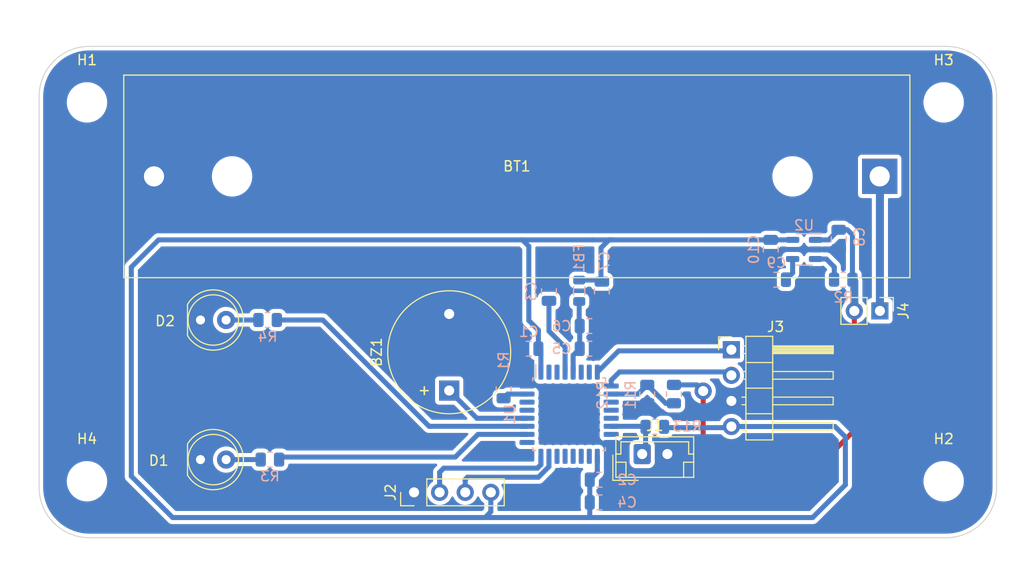
<source format=kicad_pcb>
(kicad_pcb (version 20211014) (generator pcbnew)
  (layers (0 "F.Cu" signal) (31 "B.Cu" signal) (34 "B.Paste" user) (35 "F.Paste" user) (36 "B.SilkS" user "B.Silkscreen") (37 "F.SilkS" user "F.Silkscreen") (38 "B.Mask" user) (39 "F.Mask" user) (44 "Edge.Cuts" user))
  (net 0 "")
  (net 1 "Net-(BT1-Pad1)")
  (net 2 "GND")
  (net 3 "/Buzzer")
  (net 4 "+3.3V")
  (net 5 "/NRST")
  (net 6 "Net-(C5-Pad1)")
  (net 7 "VBUS")
  (net 8 "/BYP")
  (net 12 "/GREEN_LED_Anode")
  (net 13 "/RED_LED_Anode")
  (net 14 "/SENSOR_IN")
  (net 15 "/SYS_SWCLK")
  (net 16 "/SYS_SWDIO")
  (net 17 "/USART_TX")
  (net 18 "/USART_RX")
  (net 19 "/BOOT0")
  (net 20 "/INH")
  (net 21 "/LED_GREEN")
  (net 22 "/LED_RED")
  (net 23 "/ADC_IN")
  (footprint "MountingHole:MountingHole_3.2mm_M3" (layer "F.Cu") (at 164.75 35.56)
    (fp_text reference "H3" (at 0 -4.2) (layer "F.SilkS"))
    (fp_text value "MountingHole")
    (pad "" np_thru_hole circle (at 0 0) (size 3.2 3.2) (drill 3.2) (layers *.Cu *.Mask))
  )
  (footprint "MountingHole:MountingHole_3.2mm_M3" (layer "F.Cu") (at 79.75 73.15)
    (fp_text reference "H4" (at 0 -4.2) (layer "F.SilkS"))
    (fp_text value "MountingHole")
    (pad "" np_thru_hole circle (at 0 0) (size 3.2 3.2) (drill 3.2) (layers *.Cu *.Mask))
  )
  (footprint "Buzzer_Beeper:Buzzer_12x9.5RM7.6" (layer "F.Cu") (at 115.6875 64.15 90)
    (fp_text reference "BZ1" (at 3.8 -7.2 90) (layer "F.SilkS"))
    (fp_text value "Buzzer")
    (fp_text user "+" (at -0.01 -2.54 90) (layer "F.SilkS"))
    (fp_circle (center 3.8 0) (end 9.9 0) (layer "F.SilkS") (width 0.12) (fill none))
    (pad "1" thru_hole rect (at 0 0 90) (size 2 2) (drill 1) (layers *.Cu *.Mask) (net 3 "/Buzzer"))
    (pad "2" thru_hole circle (at 7.6 0 90) (size 2 2) (drill 1) (layers *.Cu *.Mask) (net 2 "GND"))
  )
  (footprint "MountingHole:MountingHole_3.2mm_M3" (layer "F.Cu") (at 164.75 73.15)
    (fp_text reference "H2" (at 0 -4.2) (layer "F.SilkS"))
    (fp_text value "MountingHole")
    (pad "" np_thru_hole circle (at 0 0) (size 3.2 3.2) (drill 3.2) (layers *.Cu *.Mask))
  )
  (footprint "MountingHole:MountingHole_3.2mm_M3" (layer "F.Cu") (at 79.75 35.56)
    (fp_text reference "H1" (at 0 -4.2) (layer "F.SilkS"))
    (fp_text value "MountingHole")
    (pad "" np_thru_hole circle (at 0 0) (size 3.2 3.2) (drill 3.2) (layers *.Cu *.Mask))
  )
  (footprint "LED_THT:LED_D5.0mm" (layer "F.Cu") (at 91.0125 71)
    (fp_text reference "D1" (at -4.15 0.1) (layer "F.SilkS"))
    (fp_text value "LED")
    (fp_line (start -1.29 -1.545) (end -1.29 1.545) (layer "F.SilkS") (width 0.12))
    (fp_arc (start 4.26 -0.000462) (mid 2.072002 2.880433) (end -1.29 1.54483) (layer "F.SilkS") (width 0.12))
    (fp_arc (start -1.29 -1.54483) (mid 2.072002 -2.880433) (end 4.26 0.000462) (layer "F.SilkS") (width 0.12))
    (fp_circle (center 1.27 0) (end 3.77 0) (layer "F.SilkS") (width 0.12) (fill none))
    (pad "1" thru_hole rect (at 0 0) (size 1.8 1.8) (drill 0.9) (layers *.Cu *.Mask) (net 2 "GND"))
    (pad "2" thru_hole circle (at 2.54 0) (size 1.8 1.8) (drill 0.9) (layers *.Cu *.Mask) (net 12 "/GREEN_LED_Anode"))
  )
  (footprint "Battery:BatteryHolder_MPD_BH-18650-PC2" (layer "F.Cu") (at 158.4 42.9 180)
    (fp_text reference "BT1" (at 36 1) (layer "F.SilkS"))
    (fp_text value "Battery_Cell")
    (fp_line (start 75 10.05) (end -3 10.05) (layer "F.SilkS") (width 0.12))
    (fp_line (start -3 10.05) (end -3 -10.05) (layer "F.SilkS") (width 0.12))
    (fp_line (start 75 -10.05) (end 75 10.05) (layer "F.SilkS") (width 0.12))
    (fp_line (start -3 -10.05) (end 75 -10.05) (layer "F.SilkS") (width 0.12))
    (pad "" np_thru_hole circle (at 8.645 0 180) (size 3.2 3.2) (drill 3.2) (layers *.Cu *.Mask))
    (pad "" np_thru_hole circle (at 64.255 0 180) (size 3.2 3.2) (drill 3.2) (layers *.Cu *.Mask))
    (pad "1" thru_hole rect (at 0 0 180) (size 3.5 3.5) (drill 2) (layers *.Cu *.Mask) (net 1 "Net-(BT1-Pad1)"))
    (pad "2" thru_hole circle (at 72 0 180) (size 3.5 3.5) (drill 2) (layers *.Cu *.Mask) (net 2 "GND"))
  )
  (footprint "Connector_JST:JST_EH_B2B-EH-A_1x02_P2.50mm_Vertical" (layer "F.Cu") (at 134.8375 70.45)
    (fp_text reference "J1" (at 1.25 -2.8) (layer "F.SilkS"))
    (fp_text value "SENSOR")
    (fp_line (start 5.11 -1.71) (end -2.61 -1.71) (layer "F.SilkS") (width 0.12))
    (fp_line (start 5.11 0.81) (end 4.11 0.81) (layer "F.SilkS") (width 0.12))
    (fp_line (start 4.61 0) (end 5.11 0) (layer "F.SilkS") (width 0.12))
    (fp_line (start 4.11 0.81) (end 4.11 2.31) (layer "F.SilkS") (width 0.12))
    (fp_line (start -2.11 -1.21) (end 4.61 -1.21) (layer "F.SilkS") (width 0.12))
    (fp_line (start -2.61 0) (end -2.11 0) (layer "F.SilkS") (width 0.12))
    (fp_line (start -2.61 2.31) (end 5.11 2.31) (layer "F.SilkS") (width 0.12))
    (fp_line (start -2.11 0) (end -2.11 -1.21) (layer "F.SilkS") (width 0.12))
    (fp_line (start -2.61 -1.71) (end -2.61 2.31) (layer "F.SilkS") (width 0.12))
    (fp_line (start 4.61 -1.21) (end 4.61 0) (layer "F.SilkS") (width 0.12))
    (fp_line (start -2.91 2.61) (end -0.41 2.61) (layer "F.SilkS") (width 0.12))
    (fp_line (start -2.61 0.81) (end -1.61 0.81) (layer "F.SilkS") (width 0.12))
    (fp_line (start 5.11 2.31) (end 5.11 -1.71) (layer "F.SilkS") (width 0.12))
    (fp_line (start -1.61 0.81) (end -1.61 2.31) (layer "F.SilkS") (width 0.12))
    (fp_line (start -2.91 0.11) (end -2.91 2.61) (layer "F.SilkS") (width 0.12))
    (pad "1" thru_hole roundrect (at 0 0) (size 1.7 2) (drill 1) (layers *.Cu *.Mask) (roundrect_rratio 0.1470588235) (net 14 "/SENSOR_IN"))
    (pad "2" thru_hole oval (at 2.5 0) (size 1.7 2) (drill 1) (layers *.Cu *.Mask) (net 2 "GND"))
  )
  (footprint "Connector_PinHeader_2.54mm:PinHeader_1x04_P2.54mm_Vertical" (layer "F.Cu") (at 112.2 74.25 90)
    (fp_text reference "J2" (at 0 -2.33 90) (layer "F.SilkS"))
    (fp_text value "SWD")
    (fp_line (start -1.33 1.27) (end 1.33 1.27) (layer "F.SilkS") (width 0.12))
    (fp_line (start -1.33 8.95) (end 1.33 8.95) (layer "F.SilkS") (width 0.12))
    (fp_line (start -1.33 1.27) (end -1.33 8.95) (layer "F.SilkS") (width 0.12))
    (fp_line (start -1.33 -1.33) (end 0 -1.33) (layer "F.SilkS") (width 0.12))
    (fp_line (start -1.33 0) (end -1.33 -1.33) (layer "F.SilkS") (width 0.12))
    (fp_line (start 1.33 1.27) (end 1.33 8.95) (layer "F.SilkS") (width 0.12))
    (pad "1" thru_hole rect (at 0 0 90) (size 1.7 1.7) (drill 1) (layers *.Cu *.Mask) (net 2 "GND"))
    (pad "2" thru_hole oval (at 0 2.54 90) (size 1.7 1.7) (drill 1) (layers *.Cu *.Mask) (net 15 "/SYS_SWCLK"))
    (pad "3" thru_hole oval (at 0 5.08 90) (size 1.7 1.7) (drill 1) (layers *.Cu *.Mask) (net 16 "/SYS_SWDIO"))
    (pad "4" thru_hole oval (at 0 7.62 90) (size 1.7 1.7) (drill 1) (layers *.Cu *.Mask) (net 4 "+3.3V"))
  )
  (footprint "Connector_PinHeader_2.54mm:PinHeader_1x02_P2.54mm_Vertical" (layer "F.Cu") (at 158.425 56.25 -90)
    (fp_text reference "J4" (at 0 -2.33 90) (layer "F.SilkS"))
    (fp_text value "Switch")
    (fp_line (start -1.33 0) (end -1.33 -1.33) (layer "F.SilkS") (width 0.12))
    (fp_line (start 1.33 1.27) (end 1.33 3.87) (layer "F.SilkS") (width 0.12))
    (fp_line (start -1.33 3.87) (end 1.33 3.87) (layer "F.SilkS") (width 0.12))
    (fp_line (start -1.33 1.27) (end -1.33 3.87) (layer "F.SilkS") (width 0.12))
    (fp_line (start -1.33 -1.33) (end 0 -1.33) (layer "F.SilkS") (width 0.12))
    (fp_line (start -1.33 1.27) (end 1.33 1.27) (layer "F.SilkS") (width 0.12))
    (pad "1" thru_hole rect (at 0 0 270) (size 1.7 1.7) (drill 1) (layers *.Cu *.Mask) (net 1 "Net-(BT1-Pad1)"))
    (pad "2" thru_hole oval (at 0 2.54 270) (size 1.7 1.7) (drill 1) (layers *.Cu *.Mask) (net 7 "VBUS"))
  )
  (footprint "Connector_PinHeader_2.54mm:PinHeader_1x04_P2.54mm_Horizontal" (layer "F.Cu") (at 143.6875 60.1)
    (fp_text reference "J3" (at 4.385 -2.27) (layer "F.SilkS"))
    (fp_text value "BLUETOOTH Module")
    (fp_line (start 4.1 -0.08) (end 10.1 -0.08) (layer "F.SilkS") (width 0.12))
    (fp_line (start 10.1 0.38) (end 4.1 0.38) (layer "F.SilkS") (width 0.12))
    (fp_line (start 1.042929 2.16) (end 1.44 2.16) (layer "F.SilkS") (width 0.12))
    (fp_line (start 4.1 -0.32) (end 10.1 -0.32) (layer "F.SilkS") (width 0.12))
    (fp_line (start 4.1 8.95) (end 4.1 -1.33) (layer "F.SilkS") (width 0.12))
    (fp_line (start -1.27 -1.27) (end 0 -1.27) (layer "F.SilkS") (width 0.12))
    (fp_line (start 1.042929 2.92) (end 1.44 2.92) (layer "F.SilkS") (width 0.12))
    (fp_line (start 10.1 2.16) (end 10.1 2.92) (layer "F.SilkS") (width 0.12))
    (fp_line (start 10.1 5.46) (end 4.1 5.46) (layer "F.SilkS") (width 0.12))
    (fp_line (start -1.27 0) (end -1.27 -1.27) (layer "F.SilkS") (width 0.12))
    (fp_line (start 10.1 8) (end 4.1 8) (layer "F.SilkS") (width 0.12))
    (fp_line (start 4.1 -0.2) (end 10.1 -0.2) (layer "F.SilkS") (width 0.12))
    (fp_line (start 1.11 -0.38) (end 1.44 -0.38) (layer "F.SilkS") (width 0.12))
    (fp_line (start 1.042929 8) (end 1.44 8) (layer "F.SilkS") (width 0.12))
    (fp_line (start 10.1 -0.38) (end 10.1 0.38) (layer "F.SilkS") (width 0.12))
    (fp_line (start 4.1 2.16) (end 10.1 2.16) (layer "F.SilkS") (width 0.12))
    (fp_line (start 4.1 0.04) (end 10.1 0.04) (layer "F.SilkS") (width 0.12))
    (fp_line (start 1.44 -1.33) (end 1.44 8.95) (layer "F.SilkS") (width 0.12))
    (fp_line (start 4.1 -1.33) (end 1.44 -1.33) (layer "F.SilkS") (width 0.12))
    (fp_line (start 4.1 0.28) (end 10.1 0.28) (layer "F.SilkS") (width 0.12))
    (fp_line (start 1.44 6.35) (end 4.1 6.35) (layer "F.SilkS") (width 0.12))
    (fp_line (start 4.1 -0.38) (end 10.1 -0.38) (layer "F.SilkS") (width 0.12))
    (fp_line (start 4.1 4.7) (end 10.1 4.7) (layer "F.SilkS") (width 0.12))
    (fp_line (start 4.1 7.24) (end 10.1 7.24) (layer "F.SilkS") (width 0.12))
    (fp_line (start 1.042929 4.7) (end 1.44 4.7) (layer "F.SilkS") (width 0.12))
    (fp_line (start 10.1 2.92) (end 4.1 2.92) (layer "F.SilkS") (width 0.12))
    (fp_line (start 10.1 7.24) (end 10.1 8) (layer "F.SilkS") (width 0.12))
    (fp_line (start 1.44 1.27) (end 4.1 1.27) (layer "F.SilkS") (width 0.12))
    (fp_line (start 4.1 0.16) (end 10.1 0.16) (layer "F.SilkS") (width 0.12))
    (fp_line (start 1.042929 7.24) (end 1.44 7.24) (layer "F.SilkS") (width 0.12))
    (fp_line (start 1.11 0.38) (end 1.44 0.38) (layer "F.SilkS") (width 0.12))
    (fp_line (start 1.042929 5.46) (end 1.44 5.46) (layer "F.SilkS") (width 0.12))
    (fp_line (start 10.1 4.7) (end 10.1 5.46) (layer "F.SilkS") (width 0.12))
    (fp_line (start 1.44 8.95) (end 4.1 8.95) (layer "F.SilkS") (width 0.12))
    (fp_line (start 1.44 3.81) (end 4.1 3.81) (layer "F.SilkS") (width 0.12))
    (pad "1" thru_hole rect (at 0 0) (size 1.7 1.7) (drill 1) (layers *.Cu *.Mask) (net 17 "/USART_TX"))
    (pad "2" thru_hole oval (at 0 2.54) (size 1.7 1.7) (drill 1) (layers *.Cu *.Mask) (net 18 "/USART_RX"))
    (pad "3" thru_hole oval (at 0 5.08) (size 1.7 1.7) (drill 1) (layers *.Cu *.Mask) (net 2 "GND"))
    (pad "4" thru_hole oval (at 0 7.62) (size 1.7 1.7) (drill 1) (layers *.Cu *.Mask) (net 4 "+3.3V"))
  )
  (footprint "LED_THT:LED_D5.0mm" (layer "F.Cu") (at 91.0125 57.15)
    (fp_text reference "D2" (at -3.5125 0.1) (layer "F.SilkS"))
    (fp_text value "LED")
    (fp_line (start -1.29 -1.545) (end -1.29 1.545) (layer "F.SilkS") (width 0.12))
    (fp_arc (start 4.26 -0.000462) (mid 2.072002 2.880433) (end -1.29 1.54483) (layer "F.SilkS") (width 0.12))
    (fp_arc (start -1.29 -1.54483) (mid 2.072002 -2.880433) (end 4.26 0.000462) (layer "F.SilkS") (width 0.12))
    (fp_circle (center 1.27 0) (end 3.77 0) (layer "F.SilkS") (width 0.12) (fill none))
    (pad "1" thru_hole rect (at 0 0) (size 1.8 1.8) (drill 0.9) (layers *.Cu *.Mask) (net 2 "GND"))
    (pad "2" thru_hole circle (at 2.54 0) (size 1.8 1.8) (drill 0.9) (layers *.Cu *.Mask) (net 13 "/RED_LED_Anode"))
  )
  (footprint "Resistor_SMD:R_0805_2012Metric" (layer "B.Cu") (at 135.3375 64.5 -90)
    (fp_text reference "R12" (at 0.1 4.45 90) (layer "B.SilkS") (effects (justify mirror)))
    (fp_text value "10k")
    (fp_line (start -0.227064 -0.735) (end 0.227064 -0.735) (layer "B.SilkS") (width 0.12))
    (fp_line (start -0.227064 0.735) (end 0.227064 0.735) (layer "B.SilkS") (width 0.12))
    (pad "1" smd roundrect (at -0.9125 0 270) (size 1.025 1.4) (layers "B.Cu" "B.Paste" "B.Mask") (roundrect_rratio 0.243902439) (net 23 "/ADC_IN"))
    (pad "2" smd roundrect (at 0.9125 0 270) (size 1.025 1.4) (layers "B.Cu" "B.Paste" "B.Mask") (roundrect_rratio 0.243902439) (net 2 "GND"))
  )
  (footprint "Resistor_SMD:R_0805_2012Metric" (layer "B.Cu") (at 154.7875 53.15 180)
    (fp_text reference "R2" (at 0 -1.75) (layer "B.SilkS") (effects (justify mirror)))
    (fp_text value "10k")
    (fp_line (start -0.227064 0.735) (end 0.227064 0.735) (layer "B.SilkS") (width 0.12))
    (fp_line (start -0.227064 -0.735) (end 0.227064 -0.735) (layer "B.SilkS") (width 0.12))
    (pad "1" smd roundrect (at -0.9125 0 180) (size 1.025 1.4) (layers "B.Cu" "B.Paste" "B.Mask") (roundrect_rratio 0.243902439) (net 7 "VBUS"))
    (pad "2" smd roundrect (at 0.9125 0 180) (size 1.025 1.4) (layers "B.Cu" "B.Paste" "B.Mask") (roundrect_rratio 0.243902439) (net 20 "/INH"))
  )
  (footprint "Capacitor_SMD:C_0805_2012Metric" (layer "B.Cu") (at 125.5875 54.3 90)
    (fp_text reference "C3" (at 0 -1.75 90) (layer "B.SilkS") (effects (justify mirror)))
    (fp_text value "100nF")
    (fp_line (start -0.261252 0.735) (end 0.261252 0.735) (layer "B.SilkS") (width 0.12))
    (fp_line (start -0.261252 -0.735) (end 0.261252 -0.735) (layer "B.SilkS") (width 0.12))
    (pad "1" smd roundrect (at -0.95 0 90) (size 1 1.45) (layers "B.Cu" "B.Paste" "B.Mask") (net 5 "/NRST"))
    (pad "2" smd roundrect (at 0.95 0 90) (size 1 1.45) (layers "B.Cu" "B.Paste" "B.Mask") (net 2 "GND"))
  )
  (footprint "Resistor_SMD:R_0805_2012Metric" (layer "B.Cu") (at 136.0875 67.75 180)
    (fp_text reference "R13" (at -3.2 0.05) (layer "B.SilkS") (effects (justify mirror)))
    (fp_text value "10k")
    (fp_line (start -0.227064 0.735) (end 0.227064 0.735) (layer "B.SilkS") (width 0.12))
    (fp_line (start -0.227064 -0.735) (end 0.227064 -0.735) (layer "B.SilkS") (width 0.12))
    (pad "1" smd roundrect (at -0.9125 0 180) (size 1.025 1.4) (layers "B.Cu" "B.Paste" "B.Mask") (roundrect_rratio 0.243902439) (net 4 "+3.3V"))
    (pad "2" smd roundrect (at 0.9125 0 180) (size 1.025 1.4) (layers "B.Cu" "B.Paste" "B.Mask") (roundrect_rratio 0.243902439) (net 14 "/SENSOR_IN"))
  )
  (footprint "Capacitor_SMD:C_0805_2012Metric" (layer "B.Cu") (at 130.5875 75.25)
    (fp_text reference "C4" (at 2.75 0) (layer "B.SilkS") (effects (justify mirror)))
    (fp_text value "10uF")
    (fp_line (start -0.261252 -0.735) (end 0.261252 -0.735) (layer "B.SilkS") (width 0.12))
    (fp_line (start -0.261252 0.735) (end 0.261252 0.735) (layer "B.SilkS") (width 0.12))
    (pad "1" smd roundrect (at -0.95 0) (size 1 1.45) (layers "B.Cu" "B.Paste" "B.Mask") (net 4 "+3.3V"))
    (pad "2" smd roundrect (at 0.95 0) (size 1 1.45) (layers "B.Cu" "B.Paste" "B.Mask") (net 2 "GND"))
  )
  (footprint "Package_TO_SOT_SMD:SOT-23-5" (layer "B.Cu") (at 150.9 50.15 180)
    (fp_text reference "U2" (at 0 2.4) (layer "B.SilkS") (effects (justify mirror)))
    (fp_text value "LD3985M33R_SOT23")
    (fp_line (start 0 1.56) (end -1.8 1.56) (layer "B.SilkS") (width 0.12))
    (fp_line (start 0 1.56) (end 0.8 1.56) (layer "B.SilkS") (width 0.12))
    (fp_line (start 0 -1.56) (end -0.8 -1.56) (layer "B.SilkS") (width 0.12))
    (fp_line (start 0 -1.56) (end 0.8 -1.56) (layer "B.SilkS") (width 0.12))
    (pad "1" smd roundrect (at -1.1375 0.95 180) (size 1.325 0.6) (layers "B.Cu" "B.Paste" "B.Mask") (net 7 "VBUS"))
    (pad "2" smd roundrect (at -1.1375 0 180) (size 1.325 0.6) (layers "B.Cu" "B.Paste" "B.Mask") (net 2 "GND"))
    (pad "3" smd roundrect (at -1.1375 -0.95 180) (size 1.325 0.6) (layers "B.Cu" "B.Paste" "B.Mask") (net 20 "/INH"))
    (pad "4" smd roundrect (at 1.1375 -0.95 180) (size 1.325 0.6) (layers "B.Cu" "B.Paste" "B.Mask") (net 8 "/BYP"))
    (pad "5" smd roundrect (at 1.1375 0.95 180) (size 1.325 0.6) (layers "B.Cu" "B.Paste" "B.Mask") (net 4 "+3.3V"))
  )
  (footprint "Capacitor_SMD:C_0805_2012Metric" (layer "B.Cu") (at 129.5875 60)
    (fp_text reference "C5" (at -2.75 0) (layer "B.SilkS") (effects (justify mirror)))
    (fp_text value "10nF")
    (fp_line (start -0.261252 -0.735) (end 0.261252 -0.735) (layer "B.SilkS") (width 0.12))
    (fp_line (start -0.261252 0.735) (end 0.261252 0.735) (layer "B.SilkS") (width 0.12))
    (pad "1" smd roundrect (at -0.95 0) (size 1 1.45) (layers "B.Cu" "B.Paste" "B.Mask") (net 6 "Net-(C5-Pad1)"))
    (pad "2" smd roundrect (at 0.95 0) (size 1 1.45) (layers "B.Cu" "B.Paste" "B.Mask") (net 2 "GND"))
  )
  (footprint "Package_QFP:LQFP-32_7x7mm_P0.8mm" (layer "B.Cu") (at 127.5875 66.5 -90)
    (fp_text reference "U1" (at 0 5.88 90) (layer "B.SilkS") (effects (justify mirror)))
    (fp_text value "STM32L011K4T6")
    (fp_line (start -3.61 -3.61) (end -3.61 -3.31) (layer "B.SilkS") (width 0.12))
    (fp_line (start 3.61 -3.61) (end 3.61 -3.31) (layer "B.SilkS") (width 0.12))
    (fp_line (start -3.31 -3.61) (end -3.61 -3.61) (layer "B.SilkS") (width 0.12))
    (fp_line (start 3.31 3.61) (end 3.61 3.61) (layer "B.SilkS") (width 0.12))
    (fp_line (start 3.61 3.61) (end 3.61 3.31) (layer "B.SilkS") (width 0.12))
    (fp_line (start -3.61 3.31) (end -4.925 3.31) (layer "B.SilkS") (width 0.12))
    (fp_line (start -3.31 3.61) (end -3.61 3.61) (layer "B.SilkS") (width 0.12))
    (fp_line (start -3.61 3.61) (end -3.61 3.31) (layer "B.SilkS") (width 0.12))
    (fp_line (start 3.31 -3.61) (end 3.61 -3.61) (layer "B.SilkS") (width 0.12))
    (pad "1" smd roundrect (at -4.175 2.8 270) (size 1.5 0.5) (layers "B.Cu" "B.Paste" "B.Mask") (net 4 "+3.3V"))
    (pad "2" smd roundrect (at -4.175 2 270) (size 1.5 0.5) (layers "B.Cu" "B.Paste" "B.Mask"))
    (pad "3" smd roundrect (at -4.175 1.2 270) (size 1.5 0.5) (layers "B.Cu" "B.Paste" "B.Mask"))
    (pad "4" smd roundrect (at -4.175 0.4 270) (size 1.5 0.5) (layers "B.Cu" "B.Paste" "B.Mask") (net 5 "/NRST"))
    (pad "5" smd roundrect (at -4.175 -0.4 270) (size 1.5 0.5) (layers "B.Cu" "B.Paste" "B.Mask") (net 6 "Net-(C5-Pad1)"))
    (pad "6" smd roundrect (at -4.175 -1.2 270) (size 1.5 0.5) (layers "B.Cu" "B.Paste" "B.Mask"))
    (pad "7" smd roundrect (at -4.175 -2 270) (size 1.5 0.5) (layers "B.Cu" "B.Paste" "B.Mask"))
    (pad "8" smd roundrect (at -4.175 -2.8 270) (size 1.5 0.5) (layers "B.Cu" "B.Paste" "B.Mask") (net 17 "/USART_TX"))
    (pad "9" smd roundrect (at -2.8 -4.175 270) (size 0.5 1.5) (layers "B.Cu" "B.Paste" "B.Mask") (net 18 "/USART_RX"))
    (pad "10" smd roundrect (at -2 -4.175 270) (size 0.5 1.5) (layers "B.Cu" "B.Paste" "B.Mask") (net 23 "/ADC_IN"))
    (pad "11" smd roundrect (at -1.2 -4.175 270) (size 0.5 1.5) (layers "B.Cu" "B.Paste" "B.Mask"))
    (pad "12" smd roundrect (at -0.4 -4.175 270) (size 0.5 1.5) (layers "B.Cu" "B.Paste" "B.Mask"))
    (pad "13" smd roundrect (at 0.4 -4.175 270) (size 0.5 1.5) (layers "B.Cu" "B.Paste" "B.Mask"))
    (pad "14" smd roundrect (at 1.2 -4.175 270) (size 0.5 1.5) (layers "B.Cu" "B.Paste" "B.Mask") (net 14 "/SENSOR_IN"))
    (pad "15" smd roundrect (at 2 -4.175 270) (size 0.5 1.5) (layers "B.Cu" "B.Paste" "B.Mask"))
    (pad "16" smd roundrect (at 2.8 -4.175 270) (size 0.5 1.5) (layers "B.Cu" "B.Paste" "B.Mask") (net 2 "GND"))
    (pad "17" smd roundrect (at 4.175 -2.8 270) (size 1.5 0.5) (layers "B.Cu" "B.Paste" "B.Mask") (net 4 "+3.3V"))
    (pad "18" smd roundrect (at 4.175 -2 270) (size 1.5 0.5) (layers "B.Cu" "B.Paste" "B.Mask"))
    (pad "19" smd roundrect (at 4.175 -1.2 270) (size 1.5 0.5) (layers "B.Cu" "B.Paste" "B.Mask"))
    (pad "20" smd roundrect (at 4.175 -0.4 270) (size 1.5 0.5) (layers "B.Cu" "B.Paste" "B.Mask"))
    (pad "21" smd roundrect (at 4.175 0.4 270) (size 1.5 0.5) (layers "B.Cu" "B.Paste" "B.Mask"))
    (pad "22" smd roundrect (at 4.175 1.2 270) (size 1.5 0.5) (layers "B.Cu" "B.Paste" "B.Mask"))
    (pad "23" smd roundrect (at 4.175 2 270) (size 1.5 0.5) (layers "B.Cu" "B.Paste" "B.Mask") (net 16 "/SYS_SWDIO"))
    (pad "24" smd roundrect (at 4.175 2.8 270) (size 1.5 0.5) (layers "B.Cu" "B.Paste" "B.Mask") (net 15 "/SYS_SWCLK"))
    (pad "25" smd roundrect (at 2.8 4.175 270) (size 0.5 1.5) (layers "B.Cu" "B.Paste" "B.Mask"))
    (pad "26" smd roundrect (at 2 4.175 270) (size 0.5 1.5) (layers "B.Cu" "B.Paste" "B.Mask") (net 21 "/LED_GREEN"))
    (pad "27" smd roundrect (at 1.2 4.175 270) (size 0.5 1.5) (layers "B.Cu" "B.Paste" "B.Mask") (net 22 "/LED_RED"))
    (pad "28" smd roundrect (at 0.4 4.175 270) (size 0.5 1.5) (layers "B.Cu" "B.Paste" "B.Mask") (net 3 "/Buzzer"))
    (pad "29" smd roundrect (at -0.4 4.175 270) (size 0.5 1.5) (layers "B.Cu" "B.Paste" "B.Mask"))
    (pad "30" smd roundrect (at -1.2 4.175 270) (size 0.5 1.5) (layers "B.Cu" "B.Paste" "B.Mask"))
    (pad "31" smd roundrect (at -2 4.175 270) (size 0.5 1.5) (layers "B.Cu" "B.Paste" "B.Mask") (net 19 "/BOOT0"))
    (pad "32" smd roundrect (at -2.8 4.175 270) (size 0.5 1.5) (layers "B.Cu" "B.Paste" "B.Mask") (net 2 "GND"))
  )
  (footprint "Resistor_SMD:R_0805_2012Metric" (layer "B.Cu") (at 121.0875 64 90)
    (fp_text reference "R1" (at 2.75 0 90) (layer "B.SilkS") (effects (justify mirror)))
    (fp_text value "10k")
    (fp_line (start -0.227064 -0.735) (end 0.227064 -0.735) (layer "B.SilkS") (width 0.12))
    (fp_line (start -0.227064 0.735) (end 0.227064 0.735) (layer "B.SilkS") (width 0.12))
    (pad "1" smd roundrect (at -0.9125 0 90) (size 1.025 1.4) (layers "B.Cu" "B.Paste" "B.Mask") (roundrect_rratio 0.243902439) (net 19 "/BOOT0"))
    (pad "2" smd roundrect (at 0.9125 0 90) (size 1.025 1.4) (layers "B.Cu" "B.Paste" "B.Mask") (roundrect_rratio 0.243902439) (net 2 "GND"))
  )
  (footprint "Capacitor_SMD:C_0805_2012Metric" (layer "B.Cu") (at 147.5875 50.15 -90)
    (fp_text reference "C10" (at 0 1.68 90) (layer "B.SilkS") (effects (justify mirror)))
    (fp_text value "1uF")
    (fp_line (start -0.261252 0.735) (end 0.261252 0.735) (layer "B.SilkS") (width 0.12))
    (fp_line (start -0.261252 -0.735) (end 0.261252 -0.735) (layer "B.SilkS") (width 0.12))
    (pad "1" smd roundrect (at -0.95 0 270) (size 1 1.45) (layers "B.Cu" "B.Paste" "B.Mask") (net 4 "+3.3V"))
    (pad "2" smd roundrect (at 0.95 0 270) (size 1 1.45) (layers "B.Cu" "B.Paste" "B.Mask") (net 2 "GND"))
  )
  (footprint "Capacitor_SMD:C_0805_2012Metric" (layer "B.Cu") (at 148.15 53.15 180)
    (fp_text reference "C9" (at 0 1.68) (layer "B.SilkS") (effects (justify mirror)))
    (fp_text value "10nF")
    (fp_line (start -0.261252 0.735) (end 0.261252 0.735) (layer "B.SilkS") (width 0.12))
    (fp_line (start -0.261252 -0.735) (end 0.261252 -0.735) (layer "B.SilkS") (width 0.12))
    (pad "1" smd roundrect (at -0.95 0 180) (size 1 1.45) (layers "B.Cu" "B.Paste" "B.Mask") (net 8 "/BYP"))
    (pad "2" smd roundrect (at 0.95 0 180) (size 1 1.45) (layers "B.Cu" "B.Paste" "B.Mask") (net 2 "GND"))
  )
  (footprint "Capacitor_SMD:C_0805_2012Metric" (layer "B.Cu") (at 123.5875 60 180)
    (fp_text reference "C1" (at 0 1.68) (layer "B.SilkS") (effects (justify mirror)))
    (fp_text value "100nF")
    (fp_line (start -0.261252 0.735) (end 0.261252 0.735) (layer "B.SilkS") (width 0.12))
    (fp_line (start -0.261252 -0.735) (end 0.261252 -0.735) (layer "B.SilkS") (width 0.12))
    (pad "1" smd roundrect (at -0.95 0 180) (size 1 1.45) (layers "B.Cu" "B.Paste" "B.Mask") (net 4 "+3.3V"))
    (pad "2" smd roundrect (at 0.95 0 180) (size 1 1.45) (layers "B.Cu" "B.Paste" "B.Mask") (net 2 "GND"))
  )
  (footprint "Resistor_SMD:R_0805_2012Metric" (layer "B.Cu") (at 97.9 71)
    (fp_text reference "R3" (at 0 1.65) (layer "B.SilkS") (effects (justify mirror)))
    (fp_text value "1k")
    (fp_line (start -0.227064 0.735) (end 0.227064 0.735) (layer "B.SilkS") (width 0.12))
    (fp_line (start -0.227064 -0.735) (end 0.227064 -0.735) (layer "B.SilkS") (width 0.12))
    (pad "1" smd roundrect (at -0.9125 0) (size 1.025 1.4) (layers "B.Cu" "B.Paste" "B.Mask") (roundrect_rratio 0.243902439) (net 12 "/GREEN_LED_Anode"))
    (pad "2" smd roundrect (at 0.9125 0) (size 1.025 1.4) (layers "B.Cu" "B.Paste" "B.Mask") (roundrect_rratio 0.243902439) (net 21 "/LED_GREEN"))
  )
  (footprint "Capacitor_SMD:C_0805_2012Metric" (layer "B.Cu") (at 154.3375 49.15 -90)
    (fp_text reference "C8" (at -0.25 -2.0625 90) (layer "B.SilkS") (effects (justify mirror)))
    (fp_text value "1uF")
    (fp_line (start -0.261252 0.735) (end 0.261252 0.735) (layer "B.SilkS") (width 0.12))
    (fp_line (start -0.261252 -0.735) (end 0.261252 -0.735) (layer "B.SilkS") (width 0.12))
    (pad "1" smd roundrect (at -0.95 0 270) (size 1 1.45) (layers "B.Cu" "B.Paste" "B.Mask") (net 7 "VBUS"))
    (pad "2" smd roundrect (at 0.95 0 270) (size 1 1.45) (layers "B.Cu" "B.Paste" "B.Mask") (net 2 "GND"))
  )
  (footprint "Inductor_SMD:L_0805_2012Metric" (layer "B.Cu") (at 128.5875 54.25 90)
    (fp_text reference "FB1" (at 3.25 0 90) (layer "B.SilkS") (effects (justify mirror)))
    (fp_text value "120R")
    (fp_line (start -0.399622 0.56) (end 0.399622 0.56) (layer "B.SilkS") (width 0.12))
    (fp_line (start -0.399622 -0.56) (end 0.399622 -0.56) (layer "B.SilkS") (width 0.12))
    (pad "1" smd roundrect (at -1.0625 0 90) (size 0.875 1.2) (layers "B.Cu" "B.Paste" "B.Mask") (net 6 "Net-(C5-Pad1)"))
    (pad "2" smd roundrect (at 1.0625 0 90) (size 0.875 1.2) (layers "B.Cu" "B.Paste" "B.Mask") (net 4 "+3.3V"))
  )
  (footprint "Resistor_SMD:R_0805_2012Metric" (layer "B.Cu") (at 97.675 57.15)
    (fp_text reference "R4" (at 0 1.65) (layer "B.SilkS") (effects (justify mirror)))
    (fp_text value "1k")
    (fp_line (start -0.227064 0.735) (end 0.227064 0.735) (layer "B.SilkS") (width 0.12))
    (fp_line (start -0.227064 -0.735) (end 0.227064 -0.735) (layer "B.SilkS") (width 0.12))
    (pad "1" smd roundrect (at -0.9125 0) (size 1.025 1.4) (layers "B.Cu" "B.Paste" "B.Mask") (roundrect_rratio 0.243902439) (net 13 "/RED_LED_Anode"))
    (pad "2" smd roundrect (at 0.9125 0) (size 1.025 1.4) (layers "B.Cu" "B.Paste" "B.Mask") (roundrect_rratio 0.243902439) (net 22 "/LED_RED"))
  )
  (footprint "Resistor_SMD:R_0805_2012Metric" (layer "B.Cu") (at 137.9875 64.5 -90)
    (fp_text reference "R11" (at 0.1 4.3 90) (layer "B.SilkS") (effects (justify mirror)))
    (fp_text value "1k")
    (fp_line (start -0.227064 0.735) (end 0.227064 0.735) (layer "B.SilkS") (width 0.12))
    (fp_line (start -0.227064 -0.735) (end 0.227064 -0.735) (layer "B.SilkS") (width 0.12))
    (pad "1" smd roundrect (at -0.9125 0 270) (size 1.025 1.4) (layers "B.Cu" "B.Paste" "B.Mask") (roundrect_rratio 0.243902439) (net 7 "VBUS"))
    (pad "2" smd roundrect (at 0.9125 0 270) (size 1.025 1.4) (layers "B.Cu" "B.Paste" "B.Mask") (roundrect_rratio 0.243902439) (net 23 "/ADC_IN"))
  )
  (footprint "Capacitor_SMD:C_0805_2012Metric" (layer "B.Cu") (at 130.5875 73)
    (fp_text reference "C2" (at 2.75 0) (layer "B.SilkS") (effects (justify mirror)))
    (fp_text value "100nF")
    (fp_line (start -0.261252 0.735) (end 0.261252 0.735) (layer "B.SilkS") (width 0.12))
    (fp_line (start -0.261252 -0.735) (end 0.261252 -0.735) (layer "B.SilkS") (width 0.12))
    (pad "1" smd roundrect (at -0.95 0) (size 1 1.45) (layers "B.Cu" "B.Paste" "B.Mask") (net 4 "+3.3V"))
    (pad "2" smd roundrect (at 0.95 0) (size 1 1.45) (layers "B.Cu" "B.Paste" "B.Mask") (net 2 "GND"))
  )
  (footprint "Capacitor_SMD:C_0805_2012Metric" (layer "B.Cu") (at 129.5875 57.75)
    (fp_text reference "C6" (at -2.75 0) (layer "B.SilkS") (effects (justify mirror)))
    (fp_text value "1uF")
    (fp_line (start -0.261252 0.735) (end 0.261252 0.735) (layer "B.SilkS") (width 0.12))
    (fp_line (start -0.261252 -0.735) (end 0.261252 -0.735) (layer "B.SilkS") (width 0.12))
    (pad "1" smd roundrect (at -0.95 0) (size 1 1.45) (layers "B.Cu" "B.Paste" "B.Mask") (net 6 "Net-(C5-Pad1)"))
    (pad "2" smd roundrect (at 0.95 0) (size 1 1.45) (layers "B.Cu" "B.Paste" "B.Mask") (net 2 "GND"))
  )
  (footprint "Capacitor_SMD:C_0805_2012Metric" (layer "B.Cu") (at 130.8375 54.3 -90)
    (fp_text reference "C7" (at -3 -0.25 90) (layer "B.SilkS") (effects (justify mirror)))
    (fp_text value "1uF")
    (fp_line (start -0.261252 -0.735) (end 0.261252 -0.735) (layer "B.SilkS") (width 0.12))
    (fp_line (start -0.261252 0.735) (end 0.261252 0.735) (layer "B.SilkS") (width 0.12))
    (pad "1" smd roundrect (at -0.95 0 270) (size 1 1.45) (layers "B.Cu" "B.Paste" "B.Mask") (net 4 "+3.3V"))
    (pad "2" smd roundrect (at 0.95 0 270) (size 1 1.45) (layers "B.Cu" "B.Paste" "B.Mask") (net 2 "GND"))
  )
  (gr_arc (start 75 35) (mid 76.464466 31.464466) (end 80 30) (layer "Edge.Cuts") (width 0.1))
  (gr_line (start 80 78.75) (end 165 78.75) (layer "Edge.Cuts") (width 0.1))
  (gr_line (start 75 35) (end 75 73.75) (layer "Edge.Cuts") (width 0.1))
  (gr_arc (start 165 30) (mid 168.535534 31.464466) (end 170 35) (layer "Edge.Cuts") (width 0.1))
  (gr_arc (start 80 78.75) (mid 76.464466 77.285534) (end 75 73.75) (layer "Edge.Cuts") (width 0.1))
  (gr_line (start 80 30) (end 165 30) (layer "Edge.Cuts") (width 0.1))
  (gr_arc (start 170 73.75) (mid 168.535534 77.285534) (end 165 78.75) (layer "Edge.Cuts") (width 0.1))
  (gr_line (start 170 35) (end 170 73.75) (layer "Edge.Cuts") (width 0.1))
  (segment (start 158.425 42.925) (end 158.4 42.9) (width 0.8) (layer "B.Cu") (net 1))
  (segment (start 158.425 56.25) (end 158.425 42.925) (width 0.8) (layer "B.Cu") (net 1))
  (segment (start 123.4125 66.9) (end 118.4375 66.9) (width 0.5) (layer "B.Cu") (net 3))
  (segment (start 118.4375 66.9) (end 115.6875 64.15) (width 0.5) (layer "B.Cu") (net 3))
  (segment (start 128.5875 53.1875) (end 130.675 53.1875) (width 0.5) (layer "B.Cu") (net 4))
  (segment (start 137.08 67.83) (end 137 67.75) (width 0.5) (layer "B.Cu") (net 4))
  (segment (start 130.3875 70.675) (end 130.3875 72.25) (width 0.5) (layer "B.Cu") (net 4))
  (segment (start 143.6875 67.72) (end 153.97 67.72) (width 0.5) (layer "B.Cu") (net 4))
  (segment (start 155 68.75) (end 155 73.5) (width 0.5) (layer "B.Cu") (net 4))
  (segment (start 147.5875 49.2) (end 141.75 49.2) (width 0.5) (layer "B.Cu") (net 4))
  (segment (start 130.3875 72.25) (end 129.6375 73) (width 0.5) (layer "B.Cu") (net 4))
  (segment (start 124.7875 60.25) (end 124.5375 60) (width 0.5) (layer "B.Cu") (net 4))
  (segment (start 131.55 49.2) (end 131.95 49.2) (width 0.5) (layer "B.Cu") (net 4))
  (segment (start 129.6375 73) (end 129.6375 75.25) (width 0.5) (layer "B.Cu") (net 4))
  (segment (start 129.6375 75.25) (end 129.6375 76.6375) (width 0.5) (layer "B.Cu") (net 4))
  (segment (start 123.5875 49.8375) (end 122.95 49.2) (width 0.5) (layer "B.Cu") (net 4))
  (segment (start 84.15 72.65) (end 88.25 76.75) (width 0.5) (layer "B.Cu") (net 4))
  (segment (start 143.6875 67.72) (end 143.5775 67.83) (width 0.5) (layer "B.Cu") (net 4))
  (segment (start 119.82 74.25) (end 119.82 76.18) (width 0.5) (layer "B.Cu") (net 4))
  (segment (start 124.7875 62.325) (end 124.7875 60.25) (width 0.5) (layer "B.Cu") (net 4))
  (segment (start 155 73.5) (end 151.75 76.75) (width 0.5) (layer "B.Cu") (net 4))
  (segment (start 129.6375 76.6375) (end 129.75 76.75) (width 0.5) (layer "B.Cu") (net 4))
  (segment (start 130.75 50) (end 131.55 49.2) (width 0.5) (layer "B.Cu") (net 4))
  (segment (start 129.95 49.2) (end 122.95 49.2) (width 0.5) (layer "B.Cu") (net 4))
  (segment (start 130.675 53.1875) (end 130.8375 53.35) (width 0.5) (layer "B.Cu") (net 4))
  (segment (start 153.97 67.72) (end 155 68.75) (width 0.5) (layer "B.Cu") (net 4))
  (segment (start 131.95 49.2) (end 129.95 49.2) (width 0.5) (layer "B.Cu") (net 4))
  (segment (start 130.75 53.2625) (end 130.75 50) (width 0.5) (layer "B.Cu") (net 4))
  (segment (start 143.5775 67.83) (end 137.08 67.83) (width 0.5) (layer "B.Cu") (net 4))
  (segment (start 141.75 49.2) (end 131.95 49.2) (width 0.5) (layer "B.Cu") (net 4))
  (segment (start 151.75 76.75) (end 129.75 76.75) (width 0.5) (layer "B.Cu") (net 4))
  (segment (start 84.15 51.9) (end 84.15 72.65) (width 0.5) (layer "B.Cu") (net 4))
  (segment (start 123.5875 57.2) (end 123.5875 49.8375) (width 0.5) (layer "B.Cu") (net 4))
  (segment (start 119.25 76.75) (end 129.75 76.75) (width 0.5) (layer "B.Cu") (net 4))
  (segment (start 86.85 49.2) (end 84.15 51.9) (width 0.5) (layer "B.Cu") (net 4))
  (segment (start 119.82 76.18) (end 119.25 76.75) (width 0.5) (layer "B.Cu") (net 4))
  (segment (start 122.95 49.2) (end 86.85 49.2) (width 0.5) (layer "B.Cu") (net 4))
  (segment (start 124.5375 60) (end 124.5375 58.15) (width 0.5) (layer "B.Cu") (net 4))
  (segment (start 124.5375 58.15) (end 123.5875 57.2) (width 0.5) (layer "B.Cu") (net 4))
  (segment (start 149.7625 49.2) (end 147.5875 49.2) (width 0.5) (layer "B.Cu") (net 4))
  (segment (start 88.25 76.75) (end 119.25 76.75) (width 0.5) (layer "B.Cu") (net 4))
  (segment (start 130.8375 53.35) (end 130.75 53.2625) (width 0.5) (layer "B.Cu") (net 4))
  (segment (start 125.5875 58.25) (end 125.5875 55.25) (width 0.5) (layer "B.Cu") (net 5))
  (segment (start 127.1875 59.85) (end 125.5875 58.25) (width 0.5) (layer "B.Cu") (net 5))
  (segment (start 127.1875 62.325) (end 127.1875 59.85) (width 0.5) (layer "B.Cu") (net 5))
  (segment (start 128.6375 60) (end 128.6375 57.75) (width 0.5) (layer "B.Cu") (net 6))
  (segment (start 127.9875 60.65) (end 128.6375 60) (width 0.5) (layer "B.Cu") (net 6))
  (segment (start 128.6375 55.3625) (end 128.5875 55.3125) (width 0.5) (layer "B.Cu") (net 6))
  (segment (start 128.5875 57.7) (end 128.6375 57.75) (width 0.5) (layer "B.Cu") (net 6))
  (segment (start 127.9875 62.325) (end 127.9875 60.65) (width 0.5) (layer "B.Cu") (net 6))
  (segment (start 128.5875 55.3125) (end 128.5875 57.7) (width 0.5) (layer "B.Cu") (net 6))
  (segment (start 152.8 71.2) (end 156 68) (width 0.5) (layer "F.Cu") (net 7))
  (segment (start 155.885 67.885) (end 155.885 56.65) (width 0.5) (layer "F.Cu") (net 7))
  (segment (start 140.8875 64.2) (end 140.8875 70) (width 0.5) (layer "F.Cu") (net 7))
  (segment (start 140.8875 70) (end 142.0875 71.2) (width 0.5) (layer "F.Cu") (net 7))
  (segment (start 156 68) (end 155.885 67.885) (width 0.5) (layer "F.Cu") (net 7))
  (segment (start 142.0875 71.2) (end 152.8 71.2) (width 0.5) (layer "F.Cu") (net 7))
  (via (at 140.8875 64.2) (size 1.7) (drill 1) (layers "F.Cu" "B.Cu") (net 7))
  (segment (start 155.7 56.465) (end 155.885 56.65) (width 0.8) (layer "B.Cu") (net 7))
  (segment (start 155.7 48.7) (end 155.7 53.15) (width 0.5) (layer "B.Cu") (net 7))
  (segment (start 155.885 56.25) (end 155.885 53.335) (width 0.8) (layer "B.Cu") (net 7))
  (segment (start 155.885 53.335) (end 155.7 53.15) (width 0.8) (layer "B.Cu") (net 7))
  (segment (start 153.3375 49.2) (end 154.3375 48.2) (width 0.5) (layer "B.Cu") (net 7))
  (segment (start 155.2 48.2) (end 155.7 48.7) (width 0.5) (layer "B.Cu") (net 7))
  (segment (start 137.9875 63.5875) (end 140.275 63.5875) (width 0.5) (layer "B.Cu") (net 7))
  (segment (start 154.3375 48.2) (end 155.2 48.2) (width 0.5) (layer "B.Cu") (net 7))
  (segment (start 152.0375 49.2) (end 153.3375 49.2) (width 0.5) (layer "B.Cu") (net 7))
  (segment (start 140.275 63.5875) (end 140.8875 64.2) (width 0.5) (layer "B.Cu") (net 7))
  (segment (start 149.7625 51.1) (end 149.7625 52.4875) (width 0.5) (layer "B.Cu") (net 8))
  (segment (start 149.7625 52.4875) (end 149.1 53.15) (width 0.5) (layer "B.Cu") (net 8))
  (segment (start 96.9875 71) (end 93.94 71) (width 0.5) (layer "B.Cu") (net 12))
  (segment (start 96.7625 57.15) (end 93.5525 57.15) (width 0.5) (layer "B.Cu") (net 13))
  (segment (start 135.125 67.7) (end 135.175 67.75) (width 0.5) (layer "B.Cu") (net 14))
  (segment (start 135.175 67.75) (end 135.175 70.1125) (width 0.5) (layer "B.Cu") (net 14))
  (segment (start 135.175 70.1125) (end 134.8375 70.45) (width 0.5) (layer "B.Cu") (net 14))
  (segment (start 131.7625 67.7) (end 135.125 67.7) (width 0.5) (layer "B.Cu") (net 14))
  (segment (start 115.15 71.85) (end 114.74 72.26) (width 0.5) (layer "B.Cu") (net 15))
  (segment (start 114.74 72.26) (end 114.74 74.25) (width 0.5) (layer "B.Cu") (net 15))
  (segment (start 124.7875 71.51005) (end 124.44755 71.85) (width 0.5) (layer "B.Cu") (net 15))
  (segment (start 124.7875 70.675) (end 124.7875 71.51005) (width 0.5) (layer "B.Cu") (net 15))
  (segment (start 124.44755 71.85) (end 115.15 71.85) (width 0.5) (layer "B.Cu") (net 15))
  (segment (start 117.28 73.03) (end 117.28 74.25) (width 0.5) (layer "B.Cu") (net 16))
  (segment (start 125.5875 70.675) (end 125.5875 71.7) (width 0.5) (layer "B.Cu") (net 16))
  (segment (start 117.5 72.75) (end 117.25 73) (width 0.5) (layer "B.Cu") (net 16))
  (segment (start 117.25 73) (end 117.28 73.03) (width 0.5) (layer "B.Cu") (net 16))
  (segment (start 125.5875 71.7) (end 124.5375 72.75) (width 0.5) (layer "B.Cu") (net 16))
  (segment (start 124.5375 72.75) (end 117.5 72.75) (width 0.5) (layer "B.Cu") (net 16))
  (segment (start 143.5775 60.21) (end 132.5025 60.21) (width 0.5) (layer "B.Cu") (net 17))
  (segment (start 143.6875 60.1) (end 143.5775 60.21) (width 0.5) (layer "B.Cu") (net 17))
  (segment (start 132.5025 60.21) (end 130.3875 62.325) (width 0.5) (layer "B.Cu") (net 17))
  (segment (start 131.7625 63.125) (end 132.5875 62.3) (width 0.5) (layer "B.Cu") (net 18))
  (segment (start 131.7625 63.7) (end 131.7625 63.125) (width 0.5) (layer "B.Cu") (net 18))
  (segment (start 132.5875 62.3) (end 143.3475 62.3) (width 0.5) (layer "B.Cu") (net 18))
  (segment (start 143.3475 62.3) (end 143.6875 62.64) (width 0.5) (layer "B.Cu") (net 18))
  (segment (start 121.5 64.5) (end 121.0875 64.9125) (width 0.5) (layer "B.Cu") (net 19))
  (segment (start 123.4125 64.5) (end 121.5 64.5) (width 0.5) (layer "B.Cu") (net 19))
  (segment (start 153.1 51.1) (end 153.9 51.9) (width 0.5) (layer "B.Cu") (net 20))
  (segment (start 153.9 51.9) (end 153.9 53.125) (width 0.5) (layer "B.Cu") (net 20))
  (segment (start 153.9 53.125) (end 153.875 53.15) (width 0.5) (layer "B.Cu") (net 20))
  (segment (start 152.0375 51.1) (end 153.1 51.1) (width 0.5) (layer "B.Cu") (net 20))
  (segment (start 99.0625 70.75) (end 98.8125 71) (width 0.5) (layer "B.Cu") (net 21))
  (segment (start 116.2875 70.75) (end 99.0625 70.75) (width 0.5) (layer "B.Cu") (net 21))
  (segment (start 123.4125 68.5) (end 118.5375 68.5) (width 0.5) (layer "B.Cu") (net 21))
  (segment (start 118.5375 68.5) (end 116.2875 70.75) (width 0.5) (layer "B.Cu") (net 21))
  (segment (start 113.7 67.7) (end 103.15 57.15) (width 0.5) (layer "B.Cu") (net 22))
  (segment (start 103.15 57.15) (end 98.5875 57.15) (width 0.5) (layer "B.Cu") (net 22))
  (segment (start 123.4125 67.7) (end 113.7 67.7) (width 0.5) (layer "B.Cu") (net 22))
  (segment (start 134.425 64.5) (end 135.3375 63.5875) (width 0.5) (layer "B.Cu") (net 23))
  (segment (start 137.1625 65.4125) (end 135.3375 63.5875) (width 0.5) (layer "B.Cu") (net 23))
  (segment (start 131.7625 64.5) (end 134.425 64.5) (width 0.5) (layer "B.Cu") (net 23))
  (segment (start 137.9875 65.4125) (end 137.1625 65.4125) (width 0.5) (layer "B.Cu") (net 23))
  (zone (net 2) (net_name "GND") (layer "B.Cu") (connect_pads yes (clearance 0.4)) (min_thickness 0.25) (fill yes (thermal_gap 0.508) (thermal_bridge_width 0.508) (island_removal_mode 2) (island_area_min 10))
    (polygon (pts (xy 172.72 81.28) (xy 71.12 81.28) (xy 71.12 25.4) (xy 172.72 25.4)))
  )
)
</source>
